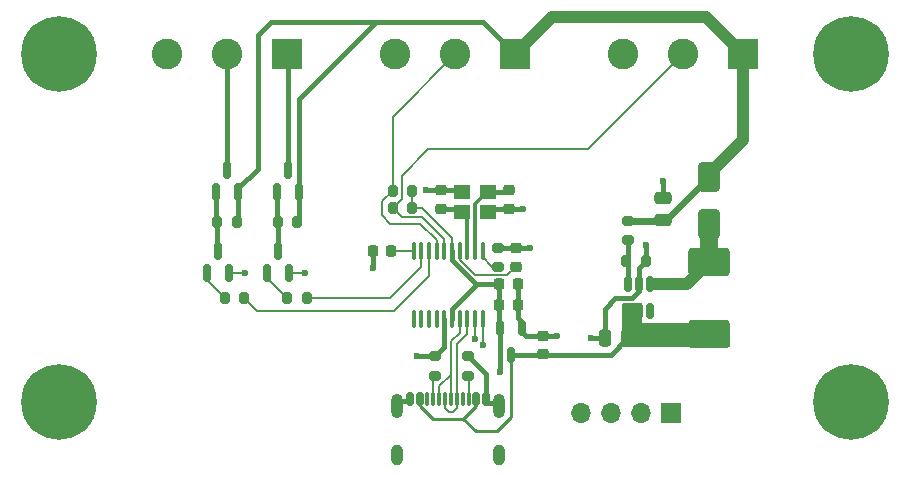
<source format=gbr>
%TF.GenerationSoftware,KiCad,Pcbnew,8.0.8*%
%TF.CreationDate,2025-06-06T06:09:44+09:00*%
%TF.ProjectId,fsk-traffic,66736b2d-7472-4616-9666-69632e6b6963,rev?*%
%TF.SameCoordinates,Original*%
%TF.FileFunction,Copper,L1,Top*%
%TF.FilePolarity,Positive*%
%FSLAX46Y46*%
G04 Gerber Fmt 4.6, Leading zero omitted, Abs format (unit mm)*
G04 Created by KiCad (PCBNEW 8.0.8) date 2025-06-06 06:09:44*
%MOMM*%
%LPD*%
G01*
G04 APERTURE LIST*
G04 Aperture macros list*
%AMRoundRect*
0 Rectangle with rounded corners*
0 $1 Rounding radius*
0 $2 $3 $4 $5 $6 $7 $8 $9 X,Y pos of 4 corners*
0 Add a 4 corners polygon primitive as box body*
4,1,4,$2,$3,$4,$5,$6,$7,$8,$9,$2,$3,0*
0 Add four circle primitives for the rounded corners*
1,1,$1+$1,$2,$3*
1,1,$1+$1,$4,$5*
1,1,$1+$1,$6,$7*
1,1,$1+$1,$8,$9*
0 Add four rect primitives between the rounded corners*
20,1,$1+$1,$2,$3,$4,$5,0*
20,1,$1+$1,$4,$5,$6,$7,0*
20,1,$1+$1,$6,$7,$8,$9,0*
20,1,$1+$1,$8,$9,$2,$3,0*%
G04 Aperture macros list end*
%TA.AperFunction,SMDPad,CuDef*%
%ADD10RoundRect,0.225000X-0.250000X0.225000X-0.250000X-0.225000X0.250000X-0.225000X0.250000X0.225000X0*%
%TD*%
%TA.AperFunction,SMDPad,CuDef*%
%ADD11RoundRect,0.150000X0.150000X-0.587500X0.150000X0.587500X-0.150000X0.587500X-0.150000X-0.587500X0*%
%TD*%
%TA.AperFunction,SMDPad,CuDef*%
%ADD12RoundRect,0.200000X-0.275000X0.200000X-0.275000X-0.200000X0.275000X-0.200000X0.275000X0.200000X0*%
%TD*%
%TA.AperFunction,SMDPad,CuDef*%
%ADD13RoundRect,0.150000X-0.150000X0.512500X-0.150000X-0.512500X0.150000X-0.512500X0.150000X0.512500X0*%
%TD*%
%TA.AperFunction,SMDPad,CuDef*%
%ADD14RoundRect,0.100000X-0.100000X0.637500X-0.100000X-0.637500X0.100000X-0.637500X0.100000X0.637500X0*%
%TD*%
%TA.AperFunction,SMDPad,CuDef*%
%ADD15RoundRect,0.200000X0.200000X0.275000X-0.200000X0.275000X-0.200000X-0.275000X0.200000X-0.275000X0*%
%TD*%
%TA.AperFunction,ComponentPad*%
%ADD16R,2.600000X2.600000*%
%TD*%
%TA.AperFunction,ComponentPad*%
%ADD17C,2.600000*%
%TD*%
%TA.AperFunction,SMDPad,CuDef*%
%ADD18RoundRect,0.225000X0.250000X-0.225000X0.250000X0.225000X-0.250000X0.225000X-0.250000X-0.225000X0*%
%TD*%
%TA.AperFunction,SMDPad,CuDef*%
%ADD19RoundRect,0.250000X0.475000X-0.250000X0.475000X0.250000X-0.475000X0.250000X-0.475000X-0.250000X0*%
%TD*%
%TA.AperFunction,SMDPad,CuDef*%
%ADD20RoundRect,0.250000X0.250000X0.475000X-0.250000X0.475000X-0.250000X-0.475000X0.250000X-0.475000X0*%
%TD*%
%TA.AperFunction,SMDPad,CuDef*%
%ADD21RoundRect,0.200000X-0.200000X-0.275000X0.200000X-0.275000X0.200000X0.275000X-0.200000X0.275000X0*%
%TD*%
%TA.AperFunction,SMDPad,CuDef*%
%ADD22RoundRect,0.250000X1.500000X-0.925000X1.500000X0.925000X-1.500000X0.925000X-1.500000X-0.925000X0*%
%TD*%
%TA.AperFunction,SMDPad,CuDef*%
%ADD23RoundRect,0.225000X-0.225000X-0.250000X0.225000X-0.250000X0.225000X0.250000X-0.225000X0.250000X0*%
%TD*%
%TA.AperFunction,ComponentPad*%
%ADD24C,0.800000*%
%TD*%
%TA.AperFunction,ComponentPad*%
%ADD25C,6.400000*%
%TD*%
%TA.AperFunction,SMDPad,CuDef*%
%ADD26R,1.400000X1.200000*%
%TD*%
%TA.AperFunction,SMDPad,CuDef*%
%ADD27RoundRect,0.250000X-0.650000X1.000000X-0.650000X-1.000000X0.650000X-1.000000X0.650000X1.000000X0*%
%TD*%
%TA.AperFunction,SMDPad,CuDef*%
%ADD28RoundRect,0.150000X-0.150000X-0.425000X0.150000X-0.425000X0.150000X0.425000X-0.150000X0.425000X0*%
%TD*%
%TA.AperFunction,SMDPad,CuDef*%
%ADD29RoundRect,0.075000X-0.075000X-0.500000X0.075000X-0.500000X0.075000X0.500000X-0.075000X0.500000X0*%
%TD*%
%TA.AperFunction,HeatsinkPad*%
%ADD30O,1.000000X2.100000*%
%TD*%
%TA.AperFunction,HeatsinkPad*%
%ADD31O,1.000000X1.800000*%
%TD*%
%TA.AperFunction,ComponentPad*%
%ADD32R,1.700000X1.700000*%
%TD*%
%TA.AperFunction,ComponentPad*%
%ADD33O,1.700000X1.700000*%
%TD*%
%TA.AperFunction,SMDPad,CuDef*%
%ADD34RoundRect,0.218750X-0.218750X-0.256250X0.218750X-0.256250X0.218750X0.256250X-0.218750X0.256250X0*%
%TD*%
%TA.AperFunction,ViaPad*%
%ADD35C,0.600000*%
%TD*%
%TA.AperFunction,Conductor*%
%ADD36C,0.200000*%
%TD*%
%TA.AperFunction,Conductor*%
%ADD37C,0.400000*%
%TD*%
%TA.AperFunction,Conductor*%
%ADD38C,0.600000*%
%TD*%
%TA.AperFunction,Conductor*%
%ADD39C,1.000000*%
%TD*%
%TA.AperFunction,Conductor*%
%ADD40C,0.250000*%
%TD*%
%TA.AperFunction,Conductor*%
%ADD41C,1.500000*%
%TD*%
%TA.AperFunction,Conductor*%
%ADD42C,0.300000*%
%TD*%
G04 APERTURE END LIST*
D10*
%TO.P,C1,1*%
%TO.N,OSC_IN*%
X148709420Y-101419420D03*
%TO.P,C1,2*%
%TO.N,GND*%
X148709420Y-102969420D03*
%TD*%
D11*
%TO.P,Q3,1,B*%
%TO.N,Net-(Q3-B)*%
X123134420Y-108459420D03*
%TO.P,Q3,2,E*%
%TO.N,GND*%
X125034420Y-108459420D03*
%TO.P,Q3,3,C*%
%TO.N,Net-(Q2-G)*%
X124084420Y-106584420D03*
%TD*%
D12*
%TO.P,R3,1*%
%TO.N,GND*%
X142484420Y-115459420D03*
%TO.P,R3,2*%
%TO.N,Net-(J2-CC1)*%
X142484420Y-117109420D03*
%TD*%
D13*
%TO.P,U1,1,GND*%
%TO.N,GND*%
X149859420Y-113069420D03*
%TO.P,U1,2,VO*%
%TO.N,+3V3*%
X147959420Y-113069420D03*
%TO.P,U1,3,VI*%
%TO.N,+5V*%
X148909420Y-115344420D03*
%TD*%
D14*
%TO.P,U3,1,BOOT0*%
%TO.N,BOOT*%
X146509420Y-106569420D03*
%TO.P,U3,2,PF0*%
%TO.N,OSC_IN*%
X145859420Y-106569420D03*
%TO.P,U3,3,PF1*%
%TO.N,OSC_OUT*%
X145209420Y-106569420D03*
%TO.P,U3,4,NRST*%
%TO.N,NRST*%
X144559420Y-106569420D03*
%TO.P,U3,5,VDDA*%
%TO.N,+3V3*%
X143909420Y-106569420D03*
%TO.P,U3,6,PA0*%
%TO.N,SENS1*%
X143259420Y-106569420D03*
%TO.P,U3,7,PA1*%
%TO.N,SENS2*%
X142609420Y-106569420D03*
%TO.P,U3,8,PA2*%
%TO.N,RED*%
X141959420Y-106569420D03*
%TO.P,U3,9,PA3*%
%TO.N,GREEN*%
X141309420Y-106569420D03*
%TO.P,U3,10,PA4*%
%TO.N,LED*%
X140659420Y-106569420D03*
%TO.P,U3,11,PA5*%
%TO.N,unconnected-(U3-PA5-Pad11)*%
X140659420Y-112294420D03*
%TO.P,U3,12,PA6*%
%TO.N,unconnected-(U3-PA6-Pad12)*%
X141309420Y-112294420D03*
%TO.P,U3,13,PA7*%
%TO.N,unconnected-(U3-PA7-Pad13)*%
X141959420Y-112294420D03*
%TO.P,U3,14,PB1*%
%TO.N,unconnected-(U3-PB1-Pad14)*%
X142609420Y-112294420D03*
%TO.P,U3,15,VSS*%
%TO.N,GND*%
X143259420Y-112294420D03*
%TO.P,U3,16,VDD*%
%TO.N,+3V3*%
X143909420Y-112294420D03*
%TO.P,U3,17,PA9/PA11*%
%TO.N,USB_DM*%
X144559420Y-112294420D03*
%TO.P,U3,18,PA10/PA12*%
%TO.N,USB_DP*%
X145209420Y-112294420D03*
%TO.P,U3,19,PA13*%
%TO.N,SWDIO*%
X145859420Y-112294420D03*
%TO.P,U3,20,PA14*%
%TO.N,SWCLK*%
X146509420Y-112294420D03*
%TD*%
D15*
%TO.P,R11,1*%
%TO.N,18V*%
X125709420Y-104084420D03*
%TO.P,R11,2*%
%TO.N,Net-(Q2-G)*%
X124059420Y-104084420D03*
%TD*%
D16*
%TO.P,J3,1,Pin_1*%
%TO.N,18V*%
X168544420Y-89884420D03*
D17*
%TO.P,J3,2,Pin_2*%
%TO.N,SENS1*%
X163464420Y-89884420D03*
%TO.P,J3,3,Pin_3*%
%TO.N,GND*%
X158384420Y-89884420D03*
%TD*%
D18*
%TO.P,C3,1*%
%TO.N,+5V*%
X151584420Y-115319420D03*
%TO.P,C3,2*%
%TO.N,GND*%
X151584420Y-113769420D03*
%TD*%
D19*
%TO.P,C2,1*%
%TO.N,18V*%
X161784420Y-103934420D03*
%TO.P,C2,2*%
%TO.N,GND*%
X161784420Y-102034420D03*
%TD*%
D20*
%TO.P,C6,1*%
%TO.N,+5V*%
X158734420Y-113969420D03*
%TO.P,C6,2*%
%TO.N,GND*%
X156834420Y-113969420D03*
%TD*%
D21*
%TO.P,R10,1*%
%TO.N,Net-(Q3-B)*%
X124659420Y-110584420D03*
%TO.P,R10,2*%
%TO.N,RED*%
X126309420Y-110584420D03*
%TD*%
D16*
%TO.P,J5,1,Pin_1*%
%TO.N,/GN*%
X129984420Y-89884420D03*
D17*
%TO.P,J5,2,Pin_2*%
%TO.N,/RD*%
X124904420Y-89884420D03*
%TO.P,J5,3,Pin_3*%
%TO.N,GND*%
X119824420Y-89884420D03*
%TD*%
D21*
%TO.P,R6,1*%
%TO.N,Net-(Q1-C)*%
X129159420Y-104084420D03*
%TO.P,R6,2*%
%TO.N,18V*%
X130809420Y-104084420D03*
%TD*%
D22*
%TO.P,L1,1*%
%TO.N,+5V*%
X165684420Y-113569420D03*
%TO.P,L1,2*%
%TO.N,Net-(D1-A)*%
X165684420Y-107519420D03*
%TD*%
D12*
%TO.P,R4,1*%
%TO.N,GND*%
X145284420Y-115459420D03*
%TO.P,R4,2*%
%TO.N,Net-(J2-CC2)*%
X145284420Y-117109420D03*
%TD*%
D23*
%TO.P,C4,1*%
%TO.N,+3V3*%
X147934420Y-111144420D03*
%TO.P,C4,2*%
%TO.N,GND*%
X149484420Y-111144420D03*
%TD*%
D24*
%TO.P,REF\u002A\u002A,1*%
%TO.N,N/C*%
X110684420Y-87484420D03*
X112381476Y-88187364D03*
X108987364Y-88187364D03*
X113084420Y-89884420D03*
D25*
X110684420Y-89884420D03*
D24*
X108284420Y-89884420D03*
X112381476Y-91581476D03*
X108987364Y-91581476D03*
X110684420Y-92284420D03*
%TD*%
D15*
%TO.P,R8,1*%
%TO.N,+3V3*%
X140534420Y-102944420D03*
%TO.P,R8,2*%
%TO.N,SENS1*%
X138884420Y-102944420D03*
%TD*%
D13*
%TO.P,U2,1,SW*%
%TO.N,Net-(D1-A)*%
X160684420Y-109394420D03*
%TO.P,U2,2,GND*%
%TO.N,GND*%
X159734420Y-109394420D03*
%TO.P,U2,3,FB*%
%TO.N,Net-(U2-FB)*%
X158784420Y-109394420D03*
%TO.P,U2,4,EN*%
%TO.N,+5V*%
X158784420Y-111669420D03*
%TO.P,U2,5,IN*%
X159734420Y-111669420D03*
%TO.P,U2,6,NC*%
%TO.N,unconnected-(U2-NC-Pad6)*%
X160684420Y-111669420D03*
%TD*%
D18*
%TO.P,C8,1*%
%TO.N,NRST*%
X149309420Y-107894420D03*
%TO.P,C8,2*%
%TO.N,GND*%
X149309420Y-106344420D03*
%TD*%
D26*
%TO.P,Y1,1,1*%
%TO.N,OSC_OUT*%
X144771920Y-103294420D03*
%TO.P,Y1,2,2*%
%TO.N,GND*%
X146971920Y-103294420D03*
%TO.P,Y1,3,3*%
%TO.N,OSC_IN*%
X146971920Y-101594420D03*
%TO.P,Y1,4,4*%
%TO.N,GND*%
X144771920Y-101594420D03*
%TD*%
D27*
%TO.P,D1,1,K*%
%TO.N,18V*%
X165684420Y-100269420D03*
%TO.P,D1,2,A*%
%TO.N,Net-(D1-A)*%
X165684420Y-104269420D03*
%TD*%
D11*
%TO.P,Q2,1,G*%
%TO.N,Net-(Q2-G)*%
X123934420Y-101584420D03*
%TO.P,Q2,2,S*%
%TO.N,18V*%
X125834420Y-101584420D03*
%TO.P,Q2,3,D*%
%TO.N,/RD*%
X124884420Y-99709420D03*
%TD*%
D24*
%TO.P,REF\u002A\u002A,1*%
%TO.N,N/C*%
X177684420Y-87484420D03*
X179381476Y-88187364D03*
X175987364Y-88187364D03*
X180084420Y-89884420D03*
D25*
X177684420Y-89884420D03*
D24*
X175284420Y-89884420D03*
X179381476Y-91581476D03*
X175987364Y-91581476D03*
X177684420Y-92284420D03*
%TD*%
%TO.P,REF\u002A\u002A,1*%
%TO.N,N/C*%
X113084420Y-119384420D03*
X112381476Y-121081476D03*
X112381476Y-117687364D03*
X110684420Y-121784420D03*
D25*
X110684420Y-119384420D03*
D24*
X110684420Y-116984420D03*
X108987364Y-121081476D03*
X108987364Y-117687364D03*
X108284420Y-119384420D03*
%TD*%
D28*
%TO.P,J2,A1,GND*%
%TO.N,GND*%
X140384420Y-119079420D03*
%TO.P,J2,A4,VBUS*%
%TO.N,+5V*%
X141184420Y-119079420D03*
D29*
%TO.P,J2,A5,CC1*%
%TO.N,Net-(J2-CC1)*%
X142334420Y-119079420D03*
%TO.P,J2,A6,D+*%
%TO.N,USB_DP*%
X143334420Y-119079420D03*
%TO.P,J2,A7,D-*%
%TO.N,USB_DM*%
X143834420Y-119079420D03*
%TO.P,J2,A8,SBU1*%
%TO.N,unconnected-(J2-SBU1-PadA8)*%
X144834420Y-119079420D03*
D28*
%TO.P,J2,A9,VBUS*%
%TO.N,+5V*%
X145984420Y-119079420D03*
%TO.P,J2,A12,GND*%
%TO.N,GND*%
X146784420Y-119079420D03*
%TO.P,J2,B1,GND*%
X146784420Y-119079420D03*
%TO.P,J2,B4,VBUS*%
%TO.N,+5V*%
X145984420Y-119079420D03*
D29*
%TO.P,J2,B5,CC2*%
%TO.N,Net-(J2-CC2)*%
X145334420Y-119079420D03*
%TO.P,J2,B6,D+*%
%TO.N,USB_DP*%
X144334420Y-119079420D03*
%TO.P,J2,B7,D-*%
%TO.N,USB_DM*%
X142834420Y-119079420D03*
%TO.P,J2,B8,SBU2*%
%TO.N,unconnected-(J2-SBU2-PadB8)*%
X141834420Y-119079420D03*
D28*
%TO.P,J2,B9,VBUS*%
%TO.N,+5V*%
X141184420Y-119079420D03*
%TO.P,J2,B12,GND*%
%TO.N,GND*%
X140384420Y-119079420D03*
D30*
%TO.P,J2,S1,SHIELD*%
X139264420Y-119654420D03*
D31*
X139264420Y-123834420D03*
D30*
X147904420Y-119654420D03*
D31*
X147904420Y-123834420D03*
%TD*%
D32*
%TO.P,J1,1,Pin_1*%
%TO.N,+3V3*%
X162464420Y-120284420D03*
D33*
%TO.P,J1,2,Pin_2*%
%TO.N,SWCLK*%
X159924420Y-120284420D03*
%TO.P,J1,3,Pin_3*%
%TO.N,SWDIO*%
X157384420Y-120284420D03*
%TO.P,J1,4,Pin_4*%
%TO.N,GND*%
X154844420Y-120284420D03*
%TD*%
D11*
%TO.P,Q4,1,G*%
%TO.N,Net-(Q1-C)*%
X129084420Y-101584420D03*
%TO.P,Q4,2,S*%
%TO.N,18V*%
X130984420Y-101584420D03*
%TO.P,Q4,3,D*%
%TO.N,/GN*%
X130034420Y-99709420D03*
%TD*%
D21*
%TO.P,R2,1*%
%TO.N,Net-(U2-FB)*%
X158684420Y-107394420D03*
%TO.P,R2,2*%
%TO.N,GND*%
X160334420Y-107394420D03*
%TD*%
D15*
%TO.P,R9,1*%
%TO.N,+3V3*%
X140534420Y-101444420D03*
%TO.P,R9,2*%
%TO.N,SENS2*%
X138884420Y-101444420D03*
%TD*%
D12*
%TO.P,R5,1*%
%TO.N,GND*%
X147809420Y-106269420D03*
%TO.P,R5,2*%
%TO.N,BOOT*%
X147809420Y-107919420D03*
%TD*%
D21*
%TO.P,R7,1*%
%TO.N,Net-(Q1-B)*%
X129959420Y-110584420D03*
%TO.P,R7,2*%
%TO.N,GREEN*%
X131609420Y-110584420D03*
%TD*%
D11*
%TO.P,Q1,1,B*%
%TO.N,Net-(Q1-B)*%
X128234420Y-108459420D03*
%TO.P,Q1,2,E*%
%TO.N,GND*%
X130134420Y-108459420D03*
%TO.P,Q1,3,C*%
%TO.N,Net-(Q1-C)*%
X129184420Y-106584420D03*
%TD*%
D34*
%TO.P,D2,1,K*%
%TO.N,GND*%
X137209420Y-106584420D03*
%TO.P,D2,2,A*%
%TO.N,LED*%
X138784420Y-106584420D03*
%TD*%
D16*
%TO.P,J4,1,Pin_1*%
%TO.N,18V*%
X149264420Y-89884420D03*
D17*
%TO.P,J4,2,Pin_2*%
%TO.N,SENS2*%
X144184420Y-89884420D03*
%TO.P,J4,3,Pin_3*%
%TO.N,GND*%
X139104420Y-89884420D03*
%TD*%
D18*
%TO.P,C5,1*%
%TO.N,OSC_OUT*%
X143021920Y-102969420D03*
%TO.P,C5,2*%
%TO.N,GND*%
X143021920Y-101419420D03*
%TD*%
D12*
%TO.P,R1,1*%
%TO.N,18V*%
X158784420Y-104019420D03*
%TO.P,R1,2*%
%TO.N,Net-(U2-FB)*%
X158784420Y-105669420D03*
%TD*%
D24*
%TO.P,REF\u002A\u002A,1*%
%TO.N,N/C*%
X177684420Y-116984420D03*
X179381476Y-117687364D03*
X175987364Y-117687364D03*
X180084420Y-119384420D03*
D25*
X177684420Y-119384420D03*
D24*
X175284420Y-119384420D03*
X179381476Y-121081476D03*
X175987364Y-121081476D03*
X177684420Y-121784420D03*
%TD*%
D23*
%TO.P,C7,1*%
%TO.N,+3V3*%
X147934420Y-109394420D03*
%TO.P,C7,2*%
%TO.N,GND*%
X149484420Y-109394420D03*
%TD*%
D35*
%TO.N,+3V3*%
X147984420Y-116834420D03*
%TO.N,GND*%
X155649420Y-113969420D03*
X161784420Y-100634420D03*
X140984420Y-115459420D03*
X150534420Y-106344420D03*
X149934420Y-102969420D03*
X160334420Y-106034420D03*
X137209420Y-108009420D03*
X141749420Y-101419420D03*
X126434420Y-108459420D03*
X152819420Y-113769420D03*
X131459420Y-108459420D03*
%TO.N,SWCLK*%
X146509420Y-114534420D03*
%TO.N,SWDIO*%
X145884420Y-113984420D03*
%TD*%
D36*
%TO.N,RED*%
X138984420Y-111684420D02*
X127409420Y-111684420D01*
X127409420Y-111684420D02*
X126309420Y-110584420D01*
X141959420Y-108709420D02*
X138984420Y-111684420D01*
X141959420Y-106569420D02*
X141959420Y-108709420D01*
%TO.N,Net-(Q3-B)*%
X123134420Y-108459420D02*
X123134420Y-109059420D01*
X123134420Y-109059420D02*
X124659420Y-110584420D01*
%TO.N,SENS2*%
X138884420Y-95184420D02*
X144184420Y-89884420D01*
X141184420Y-104244420D02*
X138684420Y-104244420D01*
X137984420Y-102344420D02*
X138884420Y-101444420D01*
X138684420Y-104244420D02*
X137984420Y-103544420D01*
X138884420Y-101444420D02*
X138884420Y-95184420D01*
X137984420Y-103544420D02*
X137984420Y-102344420D01*
X142609420Y-106569420D02*
X142609420Y-105669420D01*
X142609420Y-105669420D02*
X141184420Y-104244420D01*
D37*
%TO.N,+3V3*%
X147934420Y-109394420D02*
X147934420Y-113044420D01*
X145937042Y-109469420D02*
X143909420Y-111497042D01*
X147959420Y-116809420D02*
X147959420Y-113069420D01*
X147934420Y-113044420D02*
X147959420Y-113069420D01*
D36*
X143909420Y-106569420D02*
X143909420Y-105469420D01*
D37*
X147984420Y-116834420D02*
X147959420Y-116809420D01*
X143909420Y-107366798D02*
X143909420Y-106569420D01*
D36*
X141384420Y-102944420D02*
X140534420Y-102944420D01*
D37*
X143909420Y-111497042D02*
X143909420Y-112294420D01*
D36*
X143909420Y-106569420D02*
X143909420Y-107306919D01*
D37*
X145937042Y-109394420D02*
X145937042Y-109469420D01*
D36*
X140534420Y-102944420D02*
X140534420Y-101444420D01*
D37*
X147934420Y-109394420D02*
X145937042Y-109394420D01*
D36*
X143909420Y-105469420D02*
X141384420Y-102944420D01*
D37*
X145937042Y-109394420D02*
X143909420Y-107366798D01*
D36*
%TO.N,SENS1*%
X138884420Y-102944420D02*
X139684420Y-102144420D01*
X139659420Y-103719420D02*
X138884420Y-102944420D01*
X139684420Y-100184420D02*
X141924420Y-97944420D01*
X143259420Y-105569420D02*
X141409420Y-103719420D01*
X143259420Y-106569420D02*
X143259420Y-105569420D01*
X141409420Y-103719420D02*
X139659420Y-103719420D01*
X141924420Y-97944420D02*
X155404420Y-97944420D01*
X155404420Y-97944420D02*
X163464420Y-89884420D01*
X139684420Y-102144420D02*
X139684420Y-100184420D01*
%TO.N,Net-(Q1-B)*%
X128234420Y-108459420D02*
X128234420Y-108859420D01*
X128234420Y-108859420D02*
X129959420Y-110584420D01*
%TO.N,GREEN*%
X141309420Y-107959420D02*
X138684420Y-110584420D01*
X141309420Y-106569420D02*
X141309420Y-107959420D01*
X138684420Y-110584420D02*
X131409420Y-110584420D01*
D37*
%TO.N,Net-(Q1-C)*%
X129084420Y-104009420D02*
X129159420Y-104084420D01*
X129159420Y-106559420D02*
X129184420Y-106584420D01*
X129159420Y-104084420D02*
X129159420Y-106559420D01*
X129084420Y-101584420D02*
X129084420Y-104009420D01*
D36*
%TO.N,BOOT*%
X146509420Y-107094420D02*
X147334420Y-107919420D01*
X146509420Y-106569420D02*
X146509420Y-106094420D01*
X147334420Y-107919420D02*
X148009420Y-107919420D01*
X146509420Y-106569420D02*
X146509420Y-107094420D01*
D37*
%TO.N,GND*%
X150219420Y-113769420D02*
X149859420Y-113409420D01*
X150534420Y-106344420D02*
X149309420Y-106344420D01*
D36*
X159734420Y-109394420D02*
X159734420Y-109747472D01*
D37*
X140209420Y-119254420D02*
X139664420Y-119254420D01*
D36*
X140384420Y-119079420D02*
X140209420Y-119254420D01*
X147884420Y-106344420D02*
X147809420Y-106269420D01*
D37*
X160334420Y-107394420D02*
X160334420Y-106034420D01*
X146859420Y-119404420D02*
X147404420Y-119404420D01*
X157734420Y-110534420D02*
X156834420Y-111434420D01*
D36*
X144596920Y-101419420D02*
X144771920Y-101594420D01*
X146784420Y-119329420D02*
X146859420Y-119404420D01*
X147296920Y-102969420D02*
X146971920Y-103294420D01*
D37*
X149859420Y-113409420D02*
X149859420Y-113069420D01*
X151584420Y-113769420D02*
X150219420Y-113769420D01*
X149859420Y-112609420D02*
X149484420Y-112234420D01*
D36*
X126434420Y-108459420D02*
X125034420Y-108459420D01*
D37*
X143021920Y-101419420D02*
X144596920Y-101419420D01*
D36*
X131459420Y-108459420D02*
X130134420Y-108459420D01*
D37*
X140984420Y-115459420D02*
X142484420Y-115459420D01*
D36*
X149859420Y-113069420D02*
X149859420Y-112909420D01*
D37*
X159734420Y-109394420D02*
X159734420Y-107994420D01*
X152819420Y-113769420D02*
X151584420Y-113769420D01*
X161784420Y-102034420D02*
X161784420Y-100634420D01*
X145284420Y-115459420D02*
X146784420Y-116959420D01*
X141749420Y-101419420D02*
X143021920Y-101419420D01*
X146784420Y-116959420D02*
X146784420Y-119079420D01*
X159134420Y-110534420D02*
X157734420Y-110534420D01*
X149859420Y-112909420D02*
X149859420Y-112609420D01*
X143259420Y-114684420D02*
X142484420Y-115459420D01*
X159734420Y-109747472D02*
X159734420Y-109934420D01*
X149934420Y-102969420D02*
X148709420Y-102969420D01*
X148709420Y-102969420D02*
X147296920Y-102969420D01*
X149484420Y-112234420D02*
X149484420Y-111144420D01*
D36*
X139664420Y-119254420D02*
X139264420Y-119654420D01*
D37*
X159734420Y-109934420D02*
X159134420Y-110534420D01*
X155649420Y-113969420D02*
X156834420Y-113969420D01*
X143259420Y-112294420D02*
X143259420Y-114684420D01*
D36*
X147096921Y-103719420D02*
X147209420Y-103719420D01*
D37*
X156834420Y-111434420D02*
X156834420Y-113969420D01*
X159734420Y-107994420D02*
X160334420Y-107394420D01*
X137209420Y-108009420D02*
X137209420Y-106584420D01*
X149484420Y-111144420D02*
X149484420Y-109394420D01*
X149309420Y-106344420D02*
X147884420Y-106344420D01*
D36*
%TO.N,Net-(J2-CC2)*%
X145334420Y-117159420D02*
X145384420Y-117109420D01*
X145334420Y-119079420D02*
X145334420Y-117159420D01*
%TO.N,Net-(J2-CC1)*%
X142334420Y-118709420D02*
X142284420Y-118659420D01*
X142334420Y-117159420D02*
X142284420Y-117109420D01*
X142334420Y-119079420D02*
X142334420Y-117159420D01*
X142334420Y-119079420D02*
X142334420Y-118709420D01*
D37*
%TO.N,Net-(U2-FB)*%
X158784420Y-109394420D02*
X158784420Y-105669420D01*
%TO.N,18V*%
X127484420Y-88284420D02*
X127484420Y-99584420D01*
D38*
X161934420Y-104019420D02*
X158909420Y-104019420D01*
D37*
X146564420Y-87184420D02*
X128584420Y-87184420D01*
X149264420Y-89884420D02*
X146564420Y-87184420D01*
D39*
X165684420Y-100269420D02*
X165684420Y-100044420D01*
X168544420Y-89884420D02*
X165394420Y-86734420D01*
D37*
X130984420Y-101584420D02*
X130984420Y-103909420D01*
X125834420Y-103959420D02*
X125709420Y-104084420D01*
D36*
X158784420Y-104019420D02*
X158909420Y-104019420D01*
D37*
X128584420Y-87184420D02*
X127484420Y-88284420D01*
D39*
X152414420Y-86734420D02*
X149264420Y-89884420D01*
D37*
X130984420Y-101584420D02*
X130984420Y-93684420D01*
X125834420Y-101584420D02*
X125834420Y-103959420D01*
D39*
X165684420Y-100044420D02*
X168544420Y-97184420D01*
X168544420Y-97184420D02*
X168544420Y-89884420D01*
D37*
X130984420Y-93684420D02*
X137484420Y-87184420D01*
X125834420Y-101234420D02*
X125834420Y-101584420D01*
X127484420Y-99584420D02*
X125834420Y-101234420D01*
D39*
X165394420Y-86734420D02*
X152414420Y-86734420D01*
D37*
X130984420Y-103909420D02*
X130809420Y-104084420D01*
D38*
X165684420Y-100269420D02*
X161934420Y-104019420D01*
D40*
%TO.N,+5V*%
X148909420Y-115344420D02*
X148909420Y-120659420D01*
X145984420Y-119654419D02*
X145984420Y-119079420D01*
X142284421Y-120754420D02*
X144884418Y-120754420D01*
X145964418Y-121834420D02*
X144884418Y-120754420D01*
D37*
X157359420Y-115344420D02*
X158734420Y-113969420D01*
D40*
X148909420Y-120659420D02*
X147734420Y-121834420D01*
D37*
X148909420Y-115344420D02*
X157359420Y-115344420D01*
D40*
X141184420Y-119654419D02*
X141184420Y-119079420D01*
X145984419Y-119654419D02*
X145984420Y-119654419D01*
X144884418Y-120754420D02*
X145984419Y-119654419D01*
D36*
X158784420Y-113919420D02*
X158734420Y-113969420D01*
D40*
X141184420Y-119654419D02*
X142284421Y-120754420D01*
X147734420Y-121834420D02*
X145964418Y-121834420D01*
D41*
%TO.N,Net-(D1-A)*%
X165684420Y-107519420D02*
X165684420Y-104269420D01*
D39*
X165684420Y-107519420D02*
X163809420Y-109394420D01*
X163809420Y-109394420D02*
X160984420Y-109394420D01*
D36*
%TO.N,USB_DM*%
X142834420Y-119079420D02*
X142834420Y-118024420D01*
X143834420Y-114195670D02*
X144559420Y-113470670D01*
X143834420Y-117024420D02*
X143834420Y-119079420D01*
X144609420Y-112344420D02*
X144559420Y-112294420D01*
X143834420Y-117024420D02*
X143834420Y-114195670D01*
X142834420Y-118024420D02*
X143834420Y-117024420D01*
X144559420Y-113470670D02*
X144559420Y-112294420D01*
D42*
%TO.N,OSC_OUT*%
X144771920Y-103294420D02*
X145209420Y-103731920D01*
D36*
X144984420Y-103694420D02*
X145009420Y-103719420D01*
D37*
X145009420Y-103294420D02*
X144709420Y-102994420D01*
X144471920Y-102994420D02*
X143346920Y-102994420D01*
D42*
X145209420Y-103731920D02*
X145209420Y-106569420D01*
%TO.N,OSC_IN*%
X145859420Y-102606920D02*
X146871920Y-101594420D01*
D36*
X147109420Y-101594420D02*
X147209420Y-101594420D01*
D37*
X146971920Y-101594420D02*
X148534420Y-101594420D01*
D42*
X145859420Y-106569420D02*
X145859420Y-102606920D01*
D36*
X146871920Y-101594420D02*
X146971920Y-101594420D01*
%TO.N,SWCLK*%
X146509420Y-114534420D02*
X146509420Y-112294420D01*
%TO.N,USB_DP*%
X143334420Y-119079420D02*
X143334420Y-119879420D01*
X143334420Y-119879420D02*
X143634420Y-120179420D01*
X143634420Y-120179420D02*
X144034420Y-120179420D01*
X144334420Y-119079420D02*
X144334420Y-114434420D01*
X144034420Y-120179420D02*
X144334420Y-119879420D01*
X144334420Y-114434420D02*
X145209420Y-113559420D01*
X144334420Y-119879420D02*
X144334420Y-119079420D01*
X145209420Y-113559420D02*
X145209420Y-112294420D01*
X145109420Y-112394420D02*
X145209420Y-112294420D01*
%TO.N,NRST*%
X149309420Y-107894420D02*
X148584420Y-108619420D01*
X145871921Y-108619420D02*
X144559420Y-107306919D01*
X148584420Y-108619420D02*
X145871921Y-108619420D01*
X144559420Y-107306919D02*
X144559420Y-106569420D01*
%TO.N,SWDIO*%
X145859420Y-113959420D02*
X145859420Y-112294420D01*
X145884420Y-113984420D02*
X145859420Y-113959420D01*
%TO.N,LED*%
X140659420Y-106569420D02*
X138799420Y-106569420D01*
X139146920Y-106569420D02*
X139109420Y-106606920D01*
X138799420Y-106569420D02*
X138784420Y-106584420D01*
D37*
%TO.N,Net-(Q2-G)*%
X123934420Y-103959420D02*
X124059420Y-104084420D01*
X123934420Y-101584420D02*
X123934420Y-103959420D01*
X124059420Y-106559420D02*
X124084420Y-106584420D01*
X124059420Y-104084420D02*
X124059420Y-106559420D01*
D36*
%TO.N,/RD*%
X124884420Y-89904420D02*
X124904420Y-89884420D01*
D37*
X124884420Y-99709420D02*
X124884420Y-89904420D01*
%TO.N,/GN*%
X130034420Y-99709420D02*
X130034420Y-89934420D01*
D36*
X130034420Y-89934420D02*
X129984420Y-89884420D01*
%TD*%
%TA.AperFunction,Conductor*%
%TO.N,+5V*%
G36*
X159977459Y-111004105D02*
G01*
X160023214Y-111056909D01*
X160034420Y-111108420D01*
X160034420Y-112694420D01*
X167310420Y-112694420D01*
X167377459Y-112714105D01*
X167423214Y-112766909D01*
X167434420Y-112818420D01*
X167434420Y-114570420D01*
X167414735Y-114637459D01*
X167361931Y-114683214D01*
X167310420Y-114694420D01*
X158408420Y-114694420D01*
X158341381Y-114674735D01*
X158295626Y-114621931D01*
X158284420Y-114570420D01*
X158284420Y-111108420D01*
X158304105Y-111041381D01*
X158356909Y-110995626D01*
X158408420Y-110984420D01*
X159910420Y-110984420D01*
X159977459Y-111004105D01*
G37*
%TD.AperFunction*%
%TD*%
M02*

</source>
